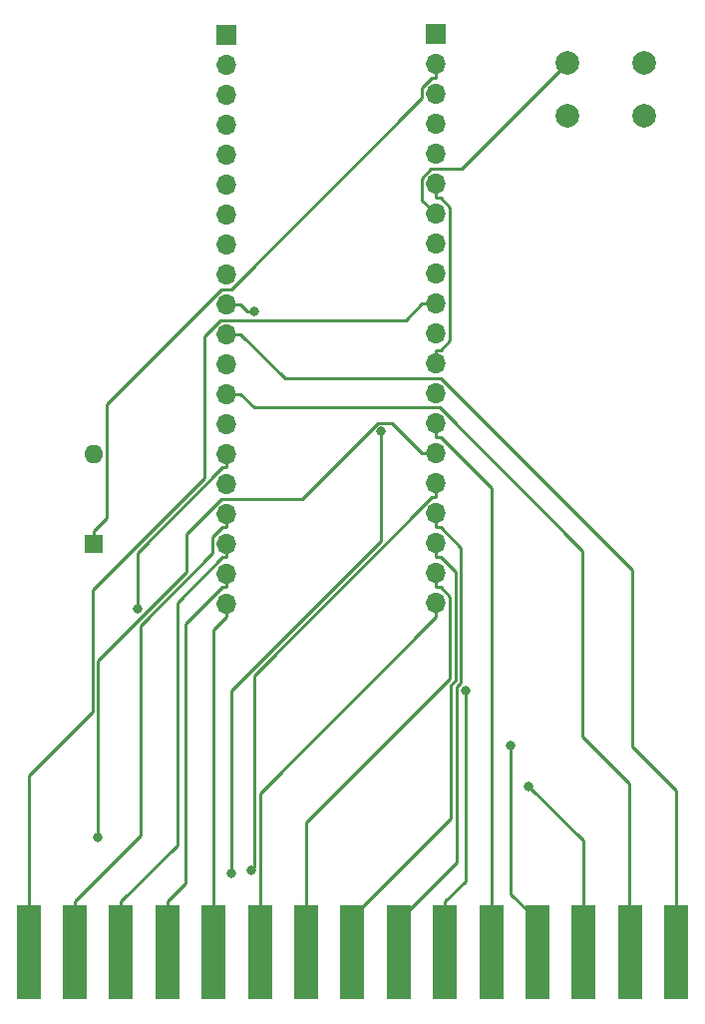
<source format=gbr>
%TF.GenerationSoftware,KiCad,Pcbnew,8.0.3*%
%TF.CreationDate,2024-07-04T23:27:00+02:00*%
%TF.ProjectId,PicoPAC,5069636f-5041-4432-9e6b-696361645f70,rev?*%
%TF.SameCoordinates,Original*%
%TF.FileFunction,Copper,L1,Top*%
%TF.FilePolarity,Positive*%
%FSLAX46Y46*%
G04 Gerber Fmt 4.6, Leading zero omitted, Abs format (unit mm)*
G04 Created by KiCad (PCBNEW 8.0.3) date 2024-07-04 23:27:00*
%MOMM*%
%LPD*%
G01*
G04 APERTURE LIST*
%TA.AperFunction,ComponentPad*%
%ADD10R,1.700000X1.700000*%
%TD*%
%TA.AperFunction,ComponentPad*%
%ADD11O,1.700000X1.700000*%
%TD*%
%TA.AperFunction,ComponentPad*%
%ADD12C,2.000000*%
%TD*%
%TA.AperFunction,ComponentPad*%
%ADD13R,1.600000X1.600000*%
%TD*%
%TA.AperFunction,ComponentPad*%
%ADD14O,1.600000X1.600000*%
%TD*%
%TA.AperFunction,SMDPad,CuDef*%
%ADD15R,2.000000X8.000000*%
%TD*%
%TA.AperFunction,ViaPad*%
%ADD16C,0.800000*%
%TD*%
%TA.AperFunction,Conductor*%
%ADD17C,0.250000*%
%TD*%
G04 APERTURE END LIST*
D10*
%TO.P,J3,1,Pin_1*%
%TO.N,unconnected-(J3-Pin_1-Pad1)*%
X61100000Y-56120000D03*
D11*
%TO.P,J3,2,Pin_2*%
%TO.N,Net-(D1-K)*%
X61100000Y-58660000D03*
%TO.P,J3,3,Pin_3*%
%TO.N,GND*%
X61100000Y-61200000D03*
%TO.P,J3,4,Pin_4*%
%TO.N,unconnected-(J3-Pin_4-Pad4)*%
X61100000Y-63740000D03*
%TO.P,J3,5,Pin_5*%
%TO.N,unconnected-(J3-Pin_5-Pad5)*%
X61100000Y-66280000D03*
%TO.P,J3,6,Pin_6*%
%TO.N,GND*%
X61100000Y-68820000D03*
%TO.P,J3,7,Pin_7*%
%TO.N,RST*%
X61100000Y-71360000D03*
%TO.P,J3,8,Pin_8*%
%TO.N,unconnected-(J3-Pin_8-Pad8)*%
X61100000Y-73900000D03*
%TO.P,J3,9,Pin_9*%
%TO.N,unconnected-(J3-Pin_9-Pad9)*%
X61100000Y-76440000D03*
%TO.P,J3,10,Pin_10*%
%TO.N,T0*%
X61100000Y-78980000D03*
%TO.P,J3,11,Pin_11*%
%TO.N,~{CS}*%
X61100000Y-81520000D03*
%TO.P,J3,12,Pin_12*%
%TO.N,GND*%
X61100000Y-84060000D03*
%TO.P,J3,13,Pin_13*%
%TO.N,unconnected-(J3-Pin_13-Pad13)*%
X61100000Y-86600000D03*
%TO.P,J3,14,Pin_14*%
%TO.N,CS*%
X61100000Y-89140000D03*
%TO.P,J3,15,Pin_15*%
%TO.N,~{WR}*%
X61100000Y-91680000D03*
%TO.P,J3,16,Pin_16*%
%TO.N,~{PSEN}*%
X61100000Y-94220000D03*
%TO.P,J3,17,Pin_17*%
%TO.N,D7*%
X61100000Y-96760000D03*
%TO.P,J3,18,Pin_18*%
%TO.N,D6*%
X61100000Y-99300000D03*
%TO.P,J3,19,Pin_19*%
%TO.N,D5*%
X61100000Y-101840000D03*
%TO.P,J3,20,Pin_20*%
%TO.N,D4*%
X61100000Y-104380000D03*
%TD*%
D10*
%TO.P,J2,1,Pin_1*%
%TO.N,A0*%
X43300000Y-56125000D03*
D11*
%TO.P,J2,2,Pin_2*%
%TO.N,A1*%
X43300000Y-58665000D03*
%TO.P,J2,3,Pin_3*%
%TO.N,A2*%
X43300000Y-61205000D03*
%TO.P,J2,4,Pin_4*%
%TO.N,A3*%
X43300000Y-63745000D03*
%TO.P,J2,5,Pin_5*%
%TO.N,A4*%
X43300000Y-66285000D03*
%TO.P,J2,6,Pin_6*%
%TO.N,GND*%
X43300000Y-68825000D03*
%TO.P,J2,7,Pin_7*%
%TO.N,A5*%
X43300000Y-71365000D03*
%TO.P,J2,8,Pin_8*%
%TO.N,A6*%
X43300000Y-73905000D03*
%TO.P,J2,9,Pin_9*%
%TO.N,A7*%
X43300000Y-76445000D03*
%TO.P,J2,10,Pin_10*%
%TO.N,A8*%
X43300000Y-78985000D03*
%TO.P,J2,11,Pin_11*%
%TO.N,A9*%
X43300000Y-81525000D03*
%TO.P,J2,12,Pin_12*%
%TO.N,A10*%
X43300000Y-84065000D03*
%TO.P,J2,13,Pin_13*%
%TO.N,A11*%
X43300000Y-86605000D03*
%TO.P,J2,14,Pin_14*%
%TO.N,A12*%
X43300000Y-89145000D03*
%TO.P,J2,15,Pin_15*%
%TO.N,GND*%
X43300000Y-91685000D03*
%TO.P,J2,16,Pin_16*%
%TO.N,A13*%
X43300000Y-94225000D03*
%TO.P,J2,17,Pin_17*%
%TO.N,D0*%
X43300000Y-96765000D03*
%TO.P,J2,18,Pin_18*%
%TO.N,D1*%
X43300000Y-99305000D03*
%TO.P,J2,19,Pin_19*%
%TO.N,D2*%
X43300000Y-101845000D03*
%TO.P,J2,20,Pin_20*%
%TO.N,D3*%
X43300000Y-104385000D03*
%TD*%
D12*
%TO.P,SW1,1,1*%
%TO.N,RST*%
X72275000Y-58525000D03*
X78775000Y-58525000D03*
%TO.P,SW1,2,2*%
%TO.N,GND*%
X72275000Y-63025000D03*
X78775000Y-63025000D03*
%TD*%
D13*
%TO.P,D1,1,K*%
%TO.N,Net-(D1-K)*%
X32015000Y-99375000D03*
D14*
%TO.P,D1,2,A*%
%TO.N,+5V*%
X32015000Y-91755000D03*
%TD*%
D15*
%TO.P,J1,1,T0*%
%TO.N,T0*%
X26500000Y-134000000D03*
%TO.P,J1,2,B0*%
%TO.N,D0*%
X30429000Y-134000000D03*
%TO.P,J1,3,B1*%
%TO.N,D1*%
X34357000Y-134000000D03*
%TO.P,J1,4,B2*%
%TO.N,D2*%
X38286000Y-134000000D03*
%TO.P,J1,5,B3*%
%TO.N,D3*%
X42214000Y-134000000D03*
%TO.P,J1,6,B4*%
%TO.N,D4*%
X46143000Y-134000000D03*
%TO.P,J1,7,B5*%
%TO.N,D5*%
X50071000Y-134000000D03*
%TO.P,J1,8,B6*%
%TO.N,D6*%
X54000000Y-134000000D03*
%TO.P,J1,9,B7*%
%TO.N,D7*%
X57929000Y-134000000D03*
%TO.P,J1,10,A10*%
%TO.N,A10*%
X61857000Y-134000000D03*
%TO.P,J1,11,CS*%
%TO.N,CS*%
X65786000Y-134000000D03*
%TO.P,J1,12,P11*%
%TO.N,A12*%
X69714000Y-134000000D03*
%TO.P,J1,13,P10*%
%TO.N,A13*%
X73643000Y-134000000D03*
%TO.P,J1,14,A11*%
%TO.N,A11*%
X77571000Y-134000000D03*
%TO.P,J1,15,A9*%
%TO.N,A9*%
X81500000Y-134000000D03*
%TD*%
D16*
%TO.N,~{WR}*%
X32385400Y-124231600D03*
%TO.N,A13*%
X68956600Y-119881600D03*
%TO.N,A8*%
X45702700Y-79611500D03*
%TO.N,A12*%
X67449900Y-116427600D03*
%TO.N,~{PSEN}*%
X45415700Y-127003600D03*
%TO.N,~{CS}*%
X43677400Y-127266100D03*
X56442500Y-89811600D03*
%TO.N,A10*%
X63575000Y-111780300D03*
%TO.N,GND*%
X35740200Y-104834500D03*
%TD*%
D17*
%TO.N,RST*%
X59921400Y-70181400D02*
X61100000Y-71360000D01*
X59921400Y-68319500D02*
X59921400Y-70181400D01*
X60690900Y-67550000D02*
X59921400Y-68319500D01*
X63250000Y-67550000D02*
X60690900Y-67550000D01*
X72275000Y-58525000D02*
X63250000Y-67550000D01*
%TO.N,D4*%
X46143000Y-120513700D02*
X46143000Y-134000000D01*
X61100000Y-105556700D02*
X46143000Y-120513700D01*
X61100000Y-104380000D02*
X61100000Y-105556700D01*
%TO.N,T0*%
X61100000Y-78980000D02*
X59923300Y-78980000D01*
X26500000Y-119021300D02*
X26500000Y-134000000D01*
X31933700Y-113587600D02*
X26500000Y-119021300D01*
X31933700Y-103228000D02*
X31933700Y-113587600D01*
X41403800Y-93757900D02*
X31933700Y-103228000D01*
X41403800Y-81755400D02*
X41403800Y-93757900D01*
X42814400Y-80344800D02*
X41403800Y-81755400D01*
X58558500Y-80344800D02*
X42814400Y-80344800D01*
X59923300Y-78980000D02*
X58558500Y-80344800D01*
%TO.N,CS*%
X61100000Y-89140000D02*
X61100000Y-90316700D01*
X65786000Y-134000000D02*
X65786000Y-129673300D01*
X65786000Y-94641000D02*
X65786000Y-129673300D01*
X61461700Y-90316700D02*
X65786000Y-94641000D01*
X61100000Y-90316700D02*
X61461700Y-90316700D01*
%TO.N,D6*%
X54000000Y-134000000D02*
X54000000Y-131000000D01*
X61100000Y-99300000D02*
X61100000Y-100476700D01*
X62382000Y-122618000D02*
X54000000Y-131000000D01*
X62382000Y-111279200D02*
X62382000Y-122618000D01*
X62735100Y-110926100D02*
X62382000Y-111279200D01*
X62735100Y-101744000D02*
X62735100Y-110926100D01*
X61467800Y-100476700D02*
X62735100Y-101744000D01*
X61100000Y-100476700D02*
X61467800Y-100476700D01*
%TO.N,A9*%
X48281700Y-85330000D02*
X44476700Y-81525000D01*
X61528700Y-85330000D02*
X48281700Y-85330000D01*
X77745100Y-101546400D02*
X61528700Y-85330000D01*
X77745100Y-116523200D02*
X77745100Y-101546400D01*
X81500000Y-120278100D02*
X77745100Y-116523200D01*
X81500000Y-134000000D02*
X81500000Y-120278100D01*
X43300000Y-81525000D02*
X44476700Y-81525000D01*
%TO.N,~{WR}*%
X61100000Y-91680000D02*
X59923300Y-91680000D01*
X32385400Y-109245500D02*
X32385400Y-124231600D01*
X39878700Y-101752200D02*
X32385400Y-109245500D01*
X39878700Y-98514200D02*
X39878700Y-101752200D01*
X42897900Y-95495000D02*
X39878700Y-98514200D01*
X49731600Y-95495000D02*
X42897900Y-95495000D01*
X49731600Y-95494900D02*
X49731600Y-95495000D01*
X56141600Y-89084900D02*
X49731600Y-95494900D01*
X57328200Y-89084900D02*
X56141600Y-89084900D01*
X59923300Y-91680000D02*
X57328200Y-89084900D01*
%TO.N,D1*%
X42943100Y-100481700D02*
X43300000Y-100481700D01*
X39123600Y-104301200D02*
X42943100Y-100481700D01*
X39123600Y-124906700D02*
X39123600Y-104301200D01*
X34357000Y-129673300D02*
X39123600Y-124906700D01*
X34357000Y-134000000D02*
X34357000Y-129673300D01*
X43300000Y-99305000D02*
X43300000Y-100481700D01*
%TO.N,A13*%
X73600000Y-134000000D02*
X73600000Y-132625000D01*
X73643000Y-132668000D02*
X73643000Y-134000000D01*
X73600000Y-132625000D02*
X73643000Y-132668000D01*
X73600000Y-132625000D02*
X73600000Y-131250000D01*
X73600000Y-124525000D02*
X68956600Y-119881600D01*
X73600000Y-131250000D02*
X73600000Y-124525000D01*
%TO.N,A8*%
X45103200Y-79611500D02*
X44476700Y-78985000D01*
X45702700Y-79611500D02*
X45103200Y-79611500D01*
X43300000Y-78985000D02*
X44476700Y-78985000D01*
%TO.N,D0*%
X30429000Y-134000000D02*
X30429000Y-129673300D01*
X43300000Y-96765000D02*
X43300000Y-97941700D01*
X35994700Y-124107600D02*
X30429000Y-129673300D01*
X35994700Y-106275100D02*
X35994700Y-124107600D01*
X42123300Y-100146500D02*
X35994700Y-106275100D01*
X42123300Y-98750600D02*
X42123300Y-100146500D01*
X42932200Y-97941700D02*
X42123300Y-98750600D01*
X43300000Y-97941700D02*
X42932200Y-97941700D01*
%TO.N,D5*%
X50071000Y-134000000D02*
X50071000Y-129673300D01*
X61100000Y-101840000D02*
X61100000Y-103016700D01*
X50071000Y-122951400D02*
X50071000Y-129673300D01*
X62276700Y-110745700D02*
X50071000Y-122951400D01*
X62276700Y-103825600D02*
X62276700Y-110745700D01*
X61467800Y-103016700D02*
X62276700Y-103825600D01*
X61100000Y-103016700D02*
X61467800Y-103016700D01*
%TO.N,A12*%
X69680000Y-132625000D02*
X69680000Y-134000000D01*
X69714000Y-132659000D02*
X69714000Y-134000000D01*
X69680000Y-132625000D02*
X69714000Y-132659000D01*
X69680000Y-131250000D02*
X69680000Y-132625000D01*
X67449900Y-129019900D02*
X67449900Y-116427600D01*
X69680000Y-131250000D02*
X67449900Y-129019900D01*
%TO.N,~{PSEN}*%
X61100000Y-94220000D02*
X61100000Y-95396700D01*
X60738600Y-95396700D02*
X61100000Y-95396700D01*
X45640000Y-110495300D02*
X60738600Y-95396700D01*
X45640000Y-126779300D02*
X45640000Y-110495300D01*
X45415700Y-127003600D02*
X45640000Y-126779300D01*
%TO.N,D2*%
X43300000Y-101845000D02*
X43300000Y-103021700D01*
X38286000Y-134000000D02*
X38286000Y-129673300D01*
X42938300Y-103021700D02*
X43300000Y-103021700D01*
X39800200Y-106159800D02*
X42938300Y-103021700D01*
X39800200Y-128159100D02*
X39800200Y-106159800D01*
X38286000Y-129673300D02*
X39800200Y-128159100D01*
%TO.N,~{CS}*%
X56442500Y-99054000D02*
X56442500Y-89811600D01*
X43677400Y-111819100D02*
X56442500Y-99054000D01*
X43677400Y-127266100D02*
X43677400Y-111819100D01*
%TO.N,A11*%
X77520000Y-134000000D02*
X77520000Y-132625000D01*
X77571000Y-132676000D02*
X77571000Y-134000000D01*
X77520000Y-132625000D02*
X77571000Y-132676000D01*
X77520000Y-132625000D02*
X77520000Y-131250000D01*
X45653400Y-87781700D02*
X44476700Y-86605000D01*
X61411000Y-87781700D02*
X45653400Y-87781700D01*
X73529800Y-99900500D02*
X61411000Y-87781700D01*
X73529800Y-115702400D02*
X73529800Y-99900500D01*
X77520000Y-119692600D02*
X73529800Y-115702400D01*
X77520000Y-131250000D02*
X77520000Y-119692600D01*
X43300000Y-86605000D02*
X44476700Y-86605000D01*
%TO.N,D7*%
X57920000Y-132625000D02*
X57920000Y-134000000D01*
X57929000Y-132634000D02*
X57929000Y-134000000D01*
X57920000Y-132625000D02*
X57929000Y-132634000D01*
X57920000Y-131250000D02*
X57920000Y-132625000D01*
X61100000Y-96760000D02*
X61100000Y-97936700D01*
X62833700Y-126336300D02*
X57920000Y-131250000D01*
X62833700Y-111466300D02*
X62833700Y-126336300D01*
X63186800Y-111113200D02*
X62833700Y-111466300D01*
X63186800Y-99655800D02*
X63186800Y-111113200D01*
X61467700Y-97936700D02*
X63186800Y-99655800D01*
X61100000Y-97936700D02*
X61467700Y-97936700D01*
%TO.N,D3*%
X43300000Y-104385000D02*
X43300000Y-105561700D01*
X42214000Y-106647700D02*
X42214000Y-134000000D01*
X43300000Y-105561700D02*
X42214000Y-106647700D01*
%TO.N,A10*%
X61857000Y-134000000D02*
X61857000Y-129673300D01*
X63575000Y-127955300D02*
X63575000Y-111780300D01*
X61857000Y-129673300D02*
X63575000Y-127955300D01*
%TO.N,Net-(D1-K)*%
X60732200Y-59836700D02*
X61100000Y-59836700D01*
X59923300Y-60645600D02*
X60732200Y-59836700D01*
X59923300Y-61490800D02*
X59923300Y-60645600D01*
X43699100Y-77715000D02*
X59923300Y-61490800D01*
X42898800Y-77715000D02*
X43699100Y-77715000D01*
X33141700Y-87472100D02*
X42898800Y-77715000D01*
X33141700Y-97121600D02*
X33141700Y-87472100D01*
X32015000Y-98248300D02*
X33141700Y-97121600D01*
X32015000Y-99375000D02*
X32015000Y-98248300D01*
X61100000Y-58660000D02*
X61100000Y-59836700D01*
%TO.N,GND*%
X43300000Y-91685000D02*
X43300000Y-92861700D01*
X35740200Y-100076900D02*
X35740200Y-104834500D01*
X42955400Y-92861700D02*
X35740200Y-100076900D01*
X43300000Y-92861700D02*
X42955400Y-92861700D01*
X61467800Y-82883300D02*
X61100000Y-82883300D01*
X62276700Y-82074400D02*
X61467800Y-82883300D01*
X62276700Y-70805700D02*
X62276700Y-82074400D01*
X61467700Y-69996700D02*
X62276700Y-70805700D01*
X61100000Y-69996700D02*
X61467700Y-69996700D01*
X61100000Y-68820000D02*
X61100000Y-69996700D01*
X61100000Y-84060000D02*
X61100000Y-82883300D01*
%TD*%
M02*

</source>
